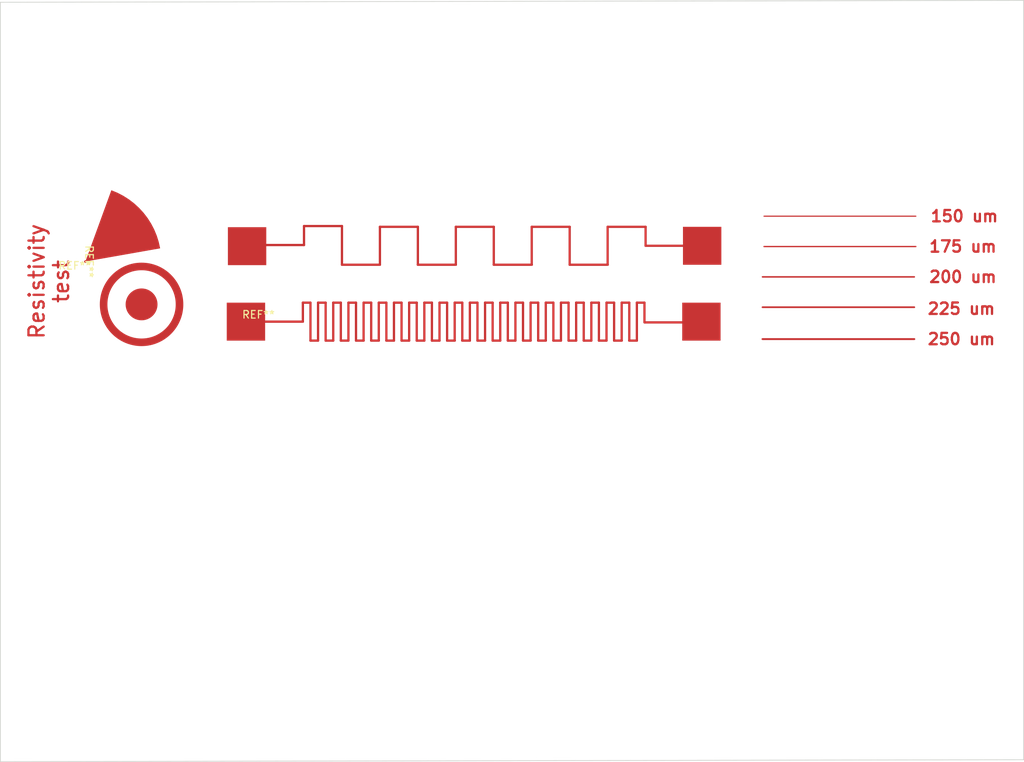
<source format=kicad_pcb>
(kicad_pcb (version 20211014) (generator pcbnew)
  (layers (0 "F.Cu" signal) (31 "B.Cu" signal) (34 "B.Paste" user) (35 "F.Paste" user) (36 "B.SilkS" user "B.Silkscreen") (37 "F.SilkS" user "F.Silkscreen") (38 "B.Mask" user) (39 "F.Mask" user) (44 "Edge.Cuts" user))
  (net 0 "")
  (footprint "muwave_arcstub" (layer "F.Cu") (at 98.400961 93.973463 -90)
    (fp_text reference "REF**" (at 0 -0.5 -90 unlocked) (layer "F.SilkS"))
    (fp_text value "muwave_arcstub")
    (pad "1" smd custom (at 0 0 310) (size 0.3 0.3) (layers "F.Cu") (options (clearance outline) (anchor rect)) (primitives (gr_poly (pts (xy 0 0) (xy 5 -8.660254) (xy 4.226183 -9.063078) (xy 3.420201 -9.396926) (xy 2.58819 -9.659258) (xy 1.736482 -9.848078) (xy 0.871557 -9.961947) (xy 0 -10) (xy -0.871557 -9.961947) (xy -1.736482 -9.848078) (xy -2.58819 -9.659258) (xy -3.420201 -9.396926) (xy -4.226183 -9.063078) (xy -5 -8.660254) (xy 0 0)) (width 0) (fill yes))))
  )
  (footprint "" (layer "F.Cu") (at 119.55 101.9)
    (fp_text reference "" (at 0 0) (layer "F.SilkS") (effects (font (size 1.27 1.27))))
    (fp_text value "" (at 0 0) (layer "F.SilkS") (effects (font (size 1.27 1.27))))
    (pad "1" smd trapezoid (at 0 0 90) (size 5.005 5.0555) (layers "F.Cu"))
  )
  (footprint "" (layer "F.Cu") (at 179.55 101.9)
    (fp_text reference "" (at 0 0) (layer "F.SilkS") (effects (font (size 1.27 1.27))))
    (fp_text value "" (at 0 0) (layer "F.SilkS") (effects (font (size 1.27 1.27))))
    (pad "1" smd trapezoid (at 0 0 90) (size 5.005 5.0555) (layers "F.Cu"))
  )
  (footprint "test:pad" (layer "F.Cu") (at 121.2025 101.47775)
    (fp_text reference "REF**" (at 0 -0.5 unlocked) (layer "F.SilkS"))
    (fp_text value "pad")
    (pad "1" smd trapezoid (at -1.5025 -9.52775 90) (size 5.005 5.0555) (layers "F.Cu"))
  )
  (footprint "" (layer "F.Cu") (at 179.65 91.9)
    (fp_text reference "" (at 0 0) (layer "F.SilkS") (effects (font (size 1.27 1.27))))
    (fp_text value "" (at 0 0) (layer "F.SilkS") (effects (font (size 1.27 1.27))))
    (pad "1" smd trapezoid (at 0 0 90) (size 5.005 5.0555) (layers "F.Cu"))
  )
  (footprint "test:planar" (layer "F.Cu") (at 101 106.025)
    (fp_text reference "REF**" (at -4 -11.5 unlocked) (layer "F.SilkS"))
    (fp_text value "planar")
    (fp_circle (center 4.8 -6.4) (end 9.8 -6.4) (layer "F.Cu") (width 1) (fill none))
    (fp_circle (center 4.8 -6.4) (end 6.8 -6.4) (layer "F.Cu") (width 0.2) (fill solid))
  )
  (gr_line (start 151.05 104.4) (end 151.05 99.4) (layer "F.Cu") (width 0.3))
  (gr_line (start 162.2 94.4) (end 167.2 94.4) (layer "F.Cu") (width 0.3))
  (gr_line (start 165.05 104.4) (end 165.05 99.4) (layer "F.Cu") (width 0.3))
  (gr_line (start 130.05 104.4) (end 131.05 104.4) (layer "F.Cu") (width 0.3))
  (gr_line (start 132.05 104.4) (end 133.05 104.4) (layer "F.Cu") (width 0.3))
  (gr_line (start 152.2 89.4) (end 152.2 94.4) (layer "F.Cu") (width 0.3))
  (gr_line (start 167.2 89.4) (end 172.2 89.4) (layer "F.Cu") (width 0.3))
  (gr_line (start 148.05 99.4) (end 148.05 104.4) (layer "F.Cu") (width 0.3))
  (gr_line (start 169.05 99.4) (end 170.05 99.4) (layer "F.Cu") (width 0.3))
  (gr_line (start 169.05 104.4) (end 169.05 99.4) (layer "F.Cu") (width 0.3))
  (gr_line (start 155.05 99.4) (end 156.05 99.4) (layer "F.Cu") (width 0.3))
  (gr_line (start 131.05 104.4) (end 131.05 99.4) (layer "F.Cu") (width 0.3))
  (gr_line (start 128.05 99.4) (end 128.05 104.4) (layer "F.Cu") (width 0.3))
  (gr_line (start 147.2 89.4) (end 152.2 89.4) (layer "F.Cu") (width 0.3))
  (gr_line (start 166.05 99.4) (end 166.05 104.4) (layer "F.Cu") (width 0.3))
  (gr_line (start 142.2 94.4) (end 147.2 94.4) (layer "F.Cu") (width 0.3))
  (gr_line (start 137.05 104.4) (end 137.05 99.4) (layer "F.Cu") (width 0.3))
  (gr_line (start 163.05 104.4) (end 163.05 99.4) (layer "F.Cu") (width 0.3))
  (gr_line (start 128.05 104.4) (end 129.05 104.4) (layer "F.Cu") (width 0.3))
  (gr_line (start 147.05 99.4) (end 148.05 99.4) (layer "F.Cu") (width 0.3))
  (gr_line (start 146.05 99.4) (end 146.05 104.4) (layer "F.Cu") (width 0.3))
  (gr_line (start 153.05 104.4) (end 153.05 99.4) (layer "F.Cu") (width 0.3))
  (gr_line (start 159.05 99.4) (end 160.05 99.4) (layer "F.Cu") (width 0.3))
  (gr_line (start 187.8 88) (end 207.8 88) (layer "F.Cu") (width 0.15))
  (gr_line (start 167.05 99.4) (end 168.05 99.4) (layer "F.Cu") (width 0.3))
  (gr_line (start 187.6 104.2) (end 207.6 104.2) (layer "F.Cu") (width 0.25))
  (gr_line (start 150.05 104.4) (end 151.05 104.4) (layer "F.Cu") (width 0.3))
  (gr_line (start 166.05 104.4) (end 167.05 104.4) (layer "F.Cu") (width 0.3))
  (gr_line (start 156.05 104.4) (end 157.05 104.4) (layer "F.Cu") (width 0.3))
  (gr_line (start 168.05 99.4) (end 168.05 104.4) (layer "F.Cu") (width 0.3))
  (gr_line (start 129.05 99.4) (end 130.05 99.4) (layer "F.Cu") (width 0.3))
  (gr_line (start 145.05 104.4) (end 145.05 99.4) (layer "F.Cu") (width 0.3))
  (gr_line (start 157.2 94.4) (end 157.2 89.4) (layer "F.Cu") (width 0.3))
  (gr_line (start 137.05 99.4) (end 138.05 99.4) (layer "F.Cu") (width 0.3))
  (gr_line (start 163.05 99.4) (end 164.05 99.4) (layer "F.Cu") (width 0.3))
  (gr_line (start 134.05 104.4) (end 135.05 104.4) (layer "F.Cu") (width 0.3))
  (gr_line (start 132.2 94.4) (end 137.2 94.4) (layer "F.Cu") (width 0.3))
  (gr_line (start 150.05 99.4) (end 150.05 104.4) (layer "F.Cu") (width 0.3))
  (gr_line (start 161.05 99.4) (end 162.05 99.4) (layer "F.Cu") (width 0.3))
  (gr_line (start 161.05 104.4) (end 161.05 99.4) (layer "F.Cu") (width 0.3))
  (gr_line (start 138.05 99.4) (end 138.05 104.4) (layer "F.Cu") (width 0.3))
  (gr_line (start 179.6 102) (end 172.1 102) (layer "F.Cu") (width 0.3))
  (gr_line (start 170.05 104.4) (end 171.05 104.4) (layer "F.Cu") (width 0.3))
  (gr_line (start 160.05 104.4) (end 161.05 104.4) (layer "F.Cu") (width 0.3))
  (gr_line (start 158.05 99.4) (end 158.05 104.4) (layer "F.Cu") (width 0.3))
  (gr_line (start 133.05 99.4) (end 134.05 99.4) (layer "F.Cu") (width 0.3))
  (gr_line (start 136.05 99.4) (end 136.05 104.4) (layer "F.Cu") (width 0.3))
  (gr_line (start 137.2 94.4) (end 137.2 89.4) (layer "F.Cu") (width 0.3))
  (gr_line (start 127.2 91.8) (end 119.7 91.8) (layer "F.Cu") (width 0.3))
  (gr_line (start 152.05 104.4) (end 153.05 104.4) (layer "F.Cu") (width 0.3))
  (gr_line (start 149.05 99.4) (end 150.05 99.4) (layer "F.Cu") (width 0.3))
  (gr_line (start 152.2 94.4) (end 157.2 94.4) (layer "F.Cu") (width 0.3))
  (gr_line (start 152.05 99.4) (end 152.05 104.4) (layer "F.Cu") (width 0.3))
  (gr_line (start 162.2 89.4) (end 162.2 94.4) (layer "F.Cu") (width 0.3))
  (gr_line (start 172.05 99.4) (end 172.05 102) (layer "F.Cu") (width 0.3))
  (gr_line (start 187.6 96) (end 207.6 96) (layer "F.Cu") (width 0.2))
  (gr_line (start 158.05 104.4) (end 159.05 104.4) (layer "F.Cu") (width 0.3))
  (gr_line (start 154.05 99.4) (end 154.05 104.4) (layer "F.Cu") (width 0.3))
  (gr_line (start 127.2 89.3) (end 127.2 91.8) (layer "F.Cu") (width 0.3))
  (gr_line (start 144.05 104.4) (end 145.05 104.4) (layer "F.Cu") (width 0.3))
  (gr_line (start 132.2 89.3) (end 127.2 89.3) (layer "F.Cu") (width 0.3))
  (gr_line (start 187.8 92) (end 207.8 92) (layer "F.Cu") (width 0.175))
  (gr_line (start 146.05 104.4) (end 147.05 104.4) (layer "F.Cu") (width 0.3))
  (gr_line (start 143.05 104.4) (end 143.05 99.4) (layer "F.Cu") (width 0.3))
  (gr_line (start 141.05 104.4) (end 141.05 99.4) (layer "F.Cu") (width 0.3))
  (gr_line (start 140.05 99.4) (end 140.05 104.4) (layer "F.Cu") (width 0.3))
  (gr_line (start 172.2 91.9) (end 179.65 91.9) (layer "F.Cu") (width 0.3))
  (gr_line (start 170.05 99.4) (end 170.05 104.4) (layer "F.Cu") (width 0.3))
  (gr_line (start 155.05 104.4) (end 155.05 99.4) (layer "F.Cu") (width 0.3))
  (gr_line (start 151.05 99.4) (end 152.05 99.4) (layer "F.Cu") (width 0.3))
  (gr_line (start 133.05 104.4) (end 133.05 99.4) (layer "F.Cu") (width 0.3))
  (gr_line (start 162.05 99.4) (end 162.05 104.4) (layer "F.Cu") (width 0.3))
  (gr_line (start 172.2 89.4) (end 172.2 91.9) (layer "F.Cu") (width 0.3))
  (gr_line (start 131.05 99.4) (end 132.05 99.4) (layer "F.Cu") (width 0.3))
  (gr_line (start 168.05 104.4) (end 169.05 104.4) (layer "F.Cu") (width 0.3))
  (gr_line (start 159.05 104.4) (end 159.05 99.4) (layer "F.Cu") (width 0.3))
  (gr_line (start 171.05 99.4) (end 172.05 99.4) (layer "F.Cu") (width 0.3))
  (gr_line (start 134.05 99.4) (end 134.05 104.4) (layer "F.Cu") (width 0.3))
  (gr_line (start 160.05 99.4) (end 160.05 104.4) (layer "F.Cu") (width 0.3))
  (gr_line (start 187.6 100) (end 207.6 100) (layer "F.Cu") (width 0.225))
  (gr_line (start 135.05 99.4) (end 136.05 99.4) (layer "F.Cu") (width 0.3))
  (gr_line (start 157.05 99.4) (end 158.05 99.4) (layer "F.Cu") (width 0.3))
  (gr_line (start 135.05 104.4) (end 135.05 99.4) (layer "F.Cu") (width 0.3))
  (gr_line (start 130.05 99.4) (end 130.05 104.4) (layer "F.Cu") (width 0.3))
  (gr_line (start 167.05 104.4) (end 167.05 99.4) (layer "F.Cu") (width 0.3))
  (gr_line (start 127.05 99.4) (end 128.05 99.4) (layer "F.Cu") (width 0.3))
  (gr_line (start 167.2 94.4) (end 167.2 89.4) (layer "F.Cu") (width 0.3))
  (gr_line (start 156.05 99.4) (end 156.05 104.4) (layer "F.Cu") (width 0.3))
  (gr_line (start 147.2 94.4) (end 147.2 89.4) (layer "F.Cu") (width 0.3))
  (gr_line (start 137.2 89.4) (end 142.2 89.4) (layer "F.Cu") (width 0.3))
  (gr_line (start 127.05 101.9) (end 119.55 101.9) (layer "F.Cu") (width 0.3))
  (gr_line (start 142.2 89.4) (end 142.2 94.4) (layer "F.Cu") (width 0.3))
  (gr_line (start 162.05 104.4) (end 163.05 104.4) (layer "F.Cu") (width 0.3))
  (gr_line (start 141.05 99.4) (end 142.05 99.4) (layer "F.Cu") (width 0.3))
  (gr_line (start 132.2 94.4) (end 132.2 89.3) (layer "F.Cu") (width 0.3))
  (gr_line (start 132.05 99.4) (end 132.05 104.4) (layer "F.Cu") (width 0.3))
  (gr_line (start 148.05 104.4) (end 149.05 104.4) (layer "F.Cu") (width 0.3))
  (gr_line (start 138.05 104.4) (end 139.05 104.4) (layer "F.Cu") (width 0.3))
  (gr_line (start 153.05 99.4) (end 154.05 99.4) (layer "F.Cu") (width 0.3))
  (gr_line (start 147.05 104.4) (end 147.05 99.4) (layer "F.Cu") (width 0.3))
  (gr_line (start 157.05 104.4) (end 157.05 99.4) (layer "F.Cu") (width 0.3))
  (gr_line (start 142.05 99.4) (end 142.05 104.4) (layer "F.Cu") (width 0.3))
  (gr_line (start 149.05 104.4) (end 149.05 99.4) (layer "F.Cu") (width 0.3))
  (gr_line (start 164.05 104.4) (end 165.05 104.4) (layer "F.Cu") (width 0.3))
  (gr_line (start 143.05 99.4) (end 144.05 99.4) (layer "F.Cu") (width 0.3))
  (gr_line (start 140.05 104.4) (end 141.05 104.4) (layer "F.Cu") (width 0.3))
  (gr_line (start 157.2 89.4) (end 162.2 89.4) (layer "F.Cu") (width 0.3))
  (gr_line (start 145.05 99.4) (end 146.05 99.4) (layer "F.Cu") (width 0.3))
  (gr_line (start 127.05 101.9) (end 127.05 99.4) (layer "F.Cu") (width 0.3))
  (gr_line (start 136.05 104.4) (end 137.05 104.4) (layer "F.Cu") (width 0.3))
  (gr_line (start 154.05 104.4) (end 155.05 104.4) (layer "F.Cu") (width 0.3))
  (gr_line (start 139.05 104.4) (end 139.05 99.4) (layer "F.Cu") (width 0.3))
  (gr_line (start 144.05 99.4) (end 144.05 104.4) (layer "F.Cu") (width 0.3))
  (gr_line (start 129.05 104.4) (end 129.05 99.4) (layer "F.Cu") (width 0.3))
  (gr_line (start 142.05 104.4) (end 143.05 104.4) (layer "F.Cu") (width 0.3))
  (gr_line (start 171.05 104.4) (end 171.05 99.4) (layer "F.Cu") (width 0.3))
  (gr_line (start 165.05 99.4) (end 166.05 99.4) (layer "F.Cu") (width 0.3))
  (gr_line (start 164.05 99.4) (end 164.05 104.4) (layer "F.Cu") (width 0.3))
  (gr_line (start 139.05 99.4) (end 140.05 99.4) (layer "F.Cu") (width 0.3))
  (gr_line (start 87.2 59.8) (end 222 59.55) (layer "Edge.Cuts") (width 0.1))
  (gr_line (start 87.2 159.9) (end 87.2 59.8) (layer "Edge.Cuts") (width 0.1))
  (gr_line (start 222 59.55) (end 222 159.65) (layer "Edge.Cuts") (width 0.1))
  (gr_line (start 222 159.65) (end 87.2 159.9) (layer "Edge.Cuts") (width 0.1))
  (gr_text "225 um\n" (at 213.8 100.2) (layer "F.Cu") (effects (font (size 1.5 1.5) (thickness 0.3))))
  (gr_text "175 um\n" (at 214 92) (layer "F.Cu") (effects (font (size 1.5 1.5) (thickness 0.3))))
  (gr_text "200 um\n" (at 214 96) (layer "F.Cu") (effects (font (size 1.5 1.5) (thickness 0.3))))
  (gr_text "250 um\n" (at 213.8 104.2) (layer "F.Cu") (effects (font (size 1.5 1.5) (thickness 0.3))))
  (gr_text "Resistivity\ntest\n" (at 93.6 96.6 90) (layer "F.Cu") (effects (font (size 2 2) (thickness 0.3))))
  (gr_text "150 um\n" (at 214.2 88) (layer "F.Cu") (effects (font (size 1.5 1.5) (thickness 0.3))))
)
</source>
